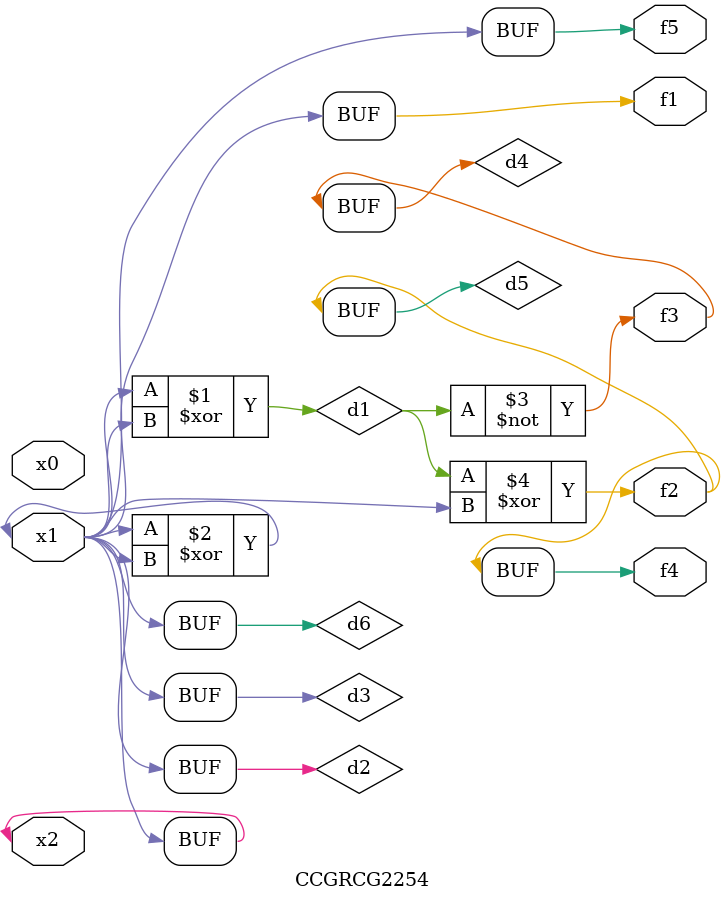
<source format=v>
module CCGRCG2254(
	input x0, x1, x2,
	output f1, f2, f3, f4, f5
);

	wire d1, d2, d3, d4, d5, d6;

	xor (d1, x1, x2);
	buf (d2, x1, x2);
	xor (d3, x1, x2);
	nor (d4, d1);
	xor (d5, d1, d2);
	buf (d6, d2, d3);
	assign f1 = d6;
	assign f2 = d5;
	assign f3 = d4;
	assign f4 = d5;
	assign f5 = d6;
endmodule

</source>
